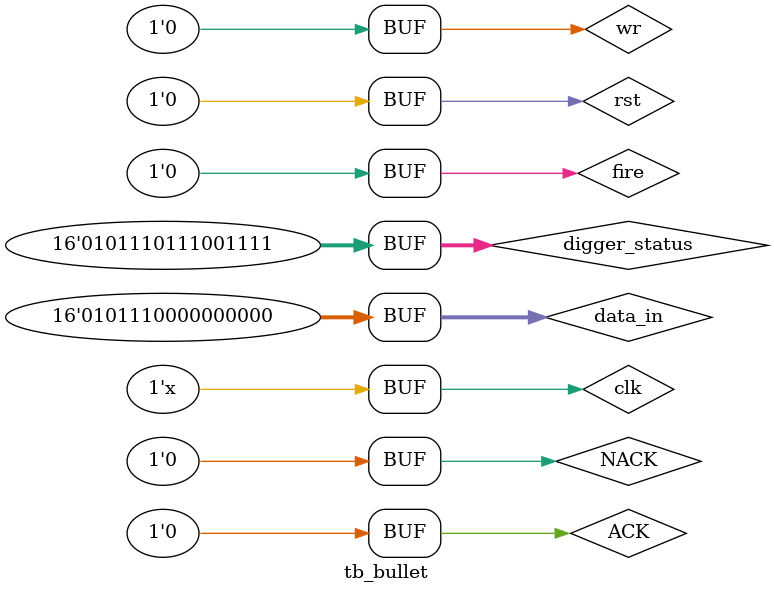
<source format=v>
`timescale 1ns / 1ps


module tb_bullet;

	// Inputs
	reg clk;
	reg rst;
	reg fire;
	reg wr;
	reg [15:0] data_in;
	reg ACK;
	reg NACK;
	reg [15:0] digger_status;

	// Outputs
	wire [15:0] bullet_status;
	wire req;
	wire [1:0] req_type;
	wire [7:0] req_content;

	// Instantiate the Unit Under Test (UUT)
	bullet uut (
		.clk(clk), 
		.rst(rst), 
		.fire(fire), 
		.wr(wr), 
		.data_in(data_in), 
		.ACK(ACK), 
		.NACK(NACK), 
		.digger_status(digger_status), 
		.bullet_status(bullet_status), 
		.req(req), 
		.req_type(req_type), 
		.req_content(req_content)
	);

	initial begin
		// Initialize Inputs
		clk = 0;
		rst = 1;
		fire = 0;
		wr = 0;
		data_in = 0;
		ACK = 0;
		NACK = 0;
		digger_status = 16'b0101110111001111;

		// Wait 100 ns for global reset to finish
		#10;
		rst=0;
		#10;
      fire=1;
		#2 fire=0;
		#2 ACK=1; wr=1;data_in=16'b0101110110000000;
		#2 ACK=0;wr=0;
		#15 ACK=1; data_in=16'b0101110110000000;
		#2 ACK=0;wr=0;
		#15 ACK=1; data_in=16'b0101110000000000;
		#2 ACK=0;wr=0;
				#15 ACK=1; data_in=16'b0101110000000000;
		#2 ACK=0;wr=0;
				#15 ACK=1; data_in=16'b0101110000000000;
		#2 ACK=0;wr=0;
				#15 ACK=1; data_in=16'b0101110000000000;
		#2 ACK=0;wr=0;
				#15 ACK=1; data_in=16'b0101110000000000;
		#2 ACK=0;wr=0;
		#15 ACK=1;
		#2 ACK=0;

		// Add stimulus here

	end
   	always begin
			#1 clk = ~clk;
	end
endmodule


</source>
